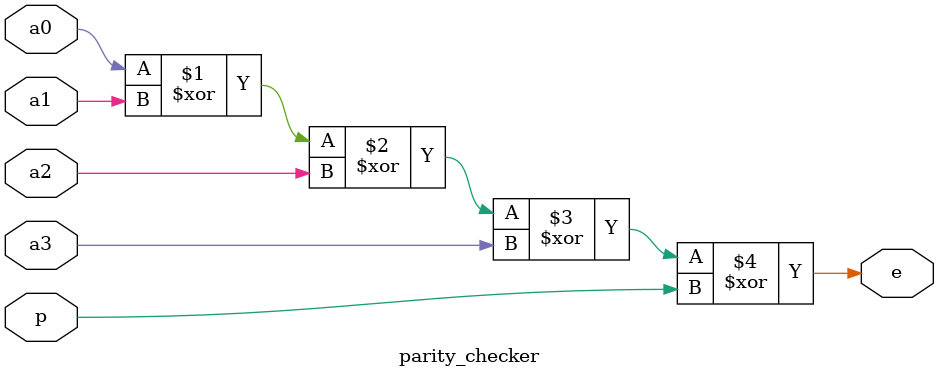
<source format=v>
module parity_generator(input a0,a1,a2,a3,output p);
assign p = a0 ^ a1 ^ a2 ^ a3;
endmodule


module parity_checker(input a0,a1,a2,a3,p,output e);
assign e = a0 ^ a1 ^ a2 ^ a3 ^ p;
endmodule


</source>
